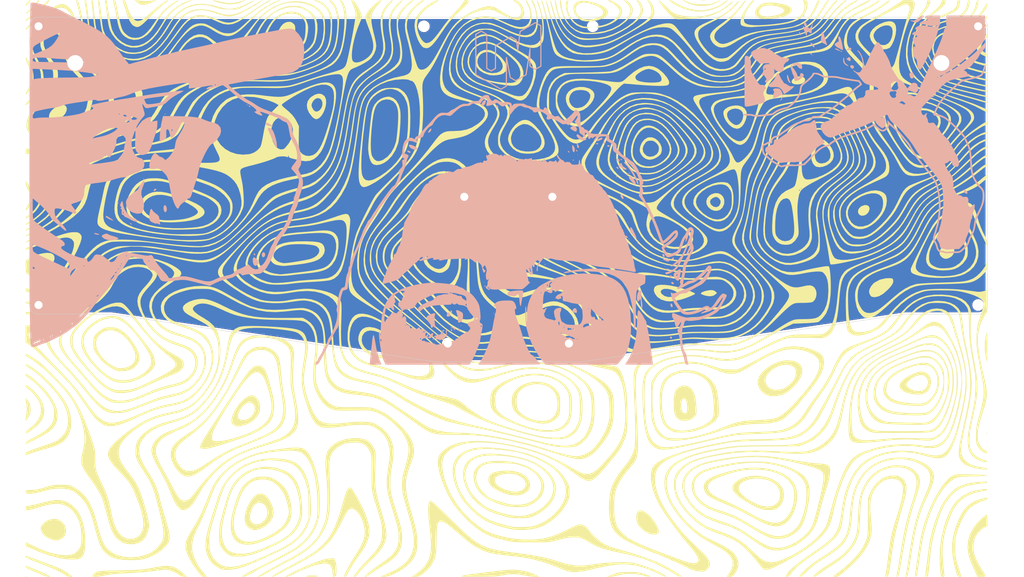
<source format=kicad_pcb>
(kicad_pcb (version 20240108) (generator "pcbnew") (generator_version "8.0")
  (layers (0 "F.Cu" signal) (31 "B.Cu" signal) (34 "B.Paste" user) (35 "F.Paste" user) (36 "B.SilkS" user "B.Silkscreen") (37 "F.SilkS" user "F.Silkscreen") (38 "B.Mask" user) (39 "F.Mask" user) (44 "Edge.Cuts" user))
  (net 0 "")
  (footprint "MountingHole:MountingHole_2.2mm_M2" (layer "F.Cu") (at 25.235412 96.17)
    (property "Reference" "REF**" (hide yes))
    (property "Value" "MountingHole_2.2mm_M2")
    (pad "" np_thru_hole circle (at 0 0) (size 2.2 2.2) (drill 2.2) (layers "*.Cu" "*.Mask"))
  )
  (footprint "MountingHole:MountingHole_4.3mm_M4" (layer "F.Cu") (at 159.735412 19.67)
    (property "Reference" "REF**" (hide yes))
    (property "Value" "MountingHole_4.3mm_M4")
    (pad "" np_thru_hole circle (at 0 0) (size 4.3 4.3) (drill 4.3) (layers "*.Cu" "*.Mask"))
  )
  (footprint "MountingHole:MountingHole_2.2mm_M2" (layer "F.Cu") (at 29.735412 56.17)
    (property "Reference" "REF**" (hide yes))
    (property "Value" "MountingHole_2.2mm_M2")
    (pad "" np_thru_hole circle (at 0 0) (size 2.2 2.2) (drill 2.2) (layers "*.Cu" "*.Mask"))
  )
  (footprint "MountingHole:MountingHole_2.2mm_M2" (layer "F.Cu") (at 169.735412 9.67)
    (property "Reference" "REF**" (hide yes))
    (property "Value" "MountingHole_2.2mm_M2")
    (pad "" np_thru_hole circle (at 0 0) (size 2.2 2.2) (drill 2.2) (layers "*.Cu" "*.Mask"))
  )
  (footprint "MountingHole:MountingHole_2.2mm_M2" (layer "F.Cu") (at 169.735412 85.67)
    (property "Reference" "REF**" (hide yes))
    (property "Value" "MountingHole_2.2mm_M2")
    (pad "" np_thru_hole circle (at 0 0) (size 2.2 2.2) (drill 2.2) (layers "*.Cu" "*.Mask"))
  )
  (footprint "MountingHole:MountingHole_2.2mm_M2" (layer "F.Cu") (at 64.735412 9.67)
    (property "Reference" "REF**" (hide yes))
    (property "Value" "MountingHole_2.2mm_M2")
    (pad "" np_thru_hole circle (at 0 0) (size 2.2 2.2) (drill 2.2) (layers "*.Cu" "*.Mask"))
  )
  (footprint "MountingHole:MountingHole_2.2mm_M2" (layer "F.Cu") (at 18.735412 9.67)
    (property "Reference" "REF**" (hide yes))
    (property "Value" "MountingHole_2.2mm_M2")
    (pad "" np_thru_hole circle (at 0 0) (size 2.2 2.2) (drill 2.2) (layers "*.Cu" "*.Mask"))
  )
  (footprint "MountingHole:MountingHole_2.2mm_M2" (layer "F.Cu") (at -86.264588 9.67)
    (property "Reference" "REF**" (hide yes))
    (property "Value" "MountingHole_2.2mm_M2")
    (pad "" np_thru_hole circle (at 0 0) (size 2.2 2.2) (drill 2.2) (layers "*.Cu" "*.Mask"))
  )
  (footprint "MountingHole:MountingHole_2.2mm_M2" (layer "F.Cu") (at 53.735412 56.17)
    (property "Reference" "REF**" (hide yes))
    (property "Value" "MountingHole_2.2mm_M2")
    (pad "" np_thru_hole circle (at 0 0) (size 2.2 2.2) (drill 2.2) (layers "*.Cu" "*.Mask"))
  )
  (footprint "MountingHole:MountingHole_2.2mm_M2" (layer "F.Cu") (at 58.235412 96.17)
    (property "Reference" "REF**" (hide yes))
    (property "Value" "MountingHole_2.2mm_M2")
    (pad "" np_thru_hole circle (at 0 0) (size 2.2 2.2) (drill 2.2) (layers "*.Cu" "*.Mask"))
  )
  (footprint "cubepattern:damascus_steel" (layer "F.Cu") (at 41.235412 81.17)
    (property "Reference" "G***" (hide yes))
    (property "Value" "LOGO" (hide yes))
  )
  (footprint "MountingHole:MountingHole_2.2mm_M2" (layer "F.Cu") (at -86.264588 85.67)
    (property "Reference" "REF**" (hide yes))
    (property "Value" "MountingHole_2.2mm_M2")
    (pad "" np_thru_hole circle (at 0 0) (size 2.2 2.2) (drill 2.2) (layers "*.Cu" "*.Mask"))
  )
  (footprint "MountingHole:MountingHole_4.3mm_M4" (layer "F.Cu") (at -76.264588 19.67)
    (property "Reference" "REF**" (hide yes))
    (property "Value" "MountingHole_4.3mm_M4")
    (pad "" np_thru_hole circle (at 0 0) (size 4.3 4.3) (drill 4.3) (layers "*.Cu" "*.Mask"))
  )
  (footprint "cubepattern:MakerJakeLogo" (layer "B.Cu") (at 41.534049 19.17 180)
    (property "Reference" "G***" (hide yes))
    (property "Value" "LOGO" (hide yes))
  )
  (footprint "cubepattern:noliCalves" (layer "B.Cu") (at 138.679954 40.793071 -90)
    (property "Reference" "G***" (hide yes))
    (property "Value" "LOGO" (hide yes))
  )
  (footprint "cubepattern:Noli Eyes" (layer "B.Cu") (at 42.839683 61.932746 180)
    (property "Reference" "G***" (hide yes))
    (property "Value" "LOGO" (hide yes))
  )
  (footprint "cubepattern:NoliBat" (layer "B.Cu") (at -51.128572 48.644965 90)
    (property "Reference" "G***" (hide yes))
    (property "Value" "LOGO" (hide yes))
  )
  (gr_line (start 61.735412 101.17) (end 149.735412 88.17) (stroke (width 0.1)) (layer "Edge.Cuts"))
  (gr_line (start -88.764588 9.67) (end -88.764588 85.67) (stroke (width 0.1)) (layer "Edge.Cuts"))
  (gr_line (start 21.735412 101.17) (end 61.735412 101.17) (stroke (width 0.1)) (layer "Edge.Cuts"))
  (gr_line (start -86.264588 88.17) (end -66.264588 88.17) (stroke (width 0.1)) (layer "Edge.Cuts"))
  (gr_arc (start 169.735412 7.17) (mid 171.503179 7.902233) (end 172.235412 9.67) (stroke (width 0.1)) (layer "Edge.Cuts"))
  (gr_line (start -86.264588 7.17) (end 169.735412 7.17) (stroke (width 0.1)) (layer "Edge.Cuts"))
  (gr_arc (start -88.764588 9.67) (mid -88.032355 7.902233) (end -86.264588 7.17) (stroke (width 0.1)) (layer "Edge.Cuts"))
  (gr_line (start 21.735412 101.17) (end -66.264588 88.17) (stroke (width 0.1)) (layer "Edge.Cuts"))
  (gr_arc (start -86.264588 88.17) (mid -88.032355 87.437767) (end -88.764588 85.67) (stroke (width 0.1)) (layer "Edge.Cuts"))
  (gr_arc (start 172.235412 85.67) (mid 171.503179 87.437767) (end 169.735412 88.17) (stroke (width 0.1)) (layer "Edge.Cuts"))
  (gr_line (start 149.735412 88.17) (end 169.735412 88.17) (stroke (width 0.1)) (layer "Edge.Cuts"))
  (gr_line (start 172.235412 9.67) (end 172.235412 85.67) (stroke (width 0.1)) (layer "Edge.Cuts"))
  (zone (net 0) (net_name "") (layers "F&B.Cu") (connect_pads (clearance 0.508)) (min_thickness 0.254) (fill yes (thermal_gap 0.508) (thermal_bridge_width 0.508) (island_removal_mode 1) (island_area_min 0))
    (polygon (pts (xy 182.235412 109.17) (xy -96.764588 109.17) (xy -96.764588 3.17) (xy 182.235412 3.17)))
  )
)
</source>
